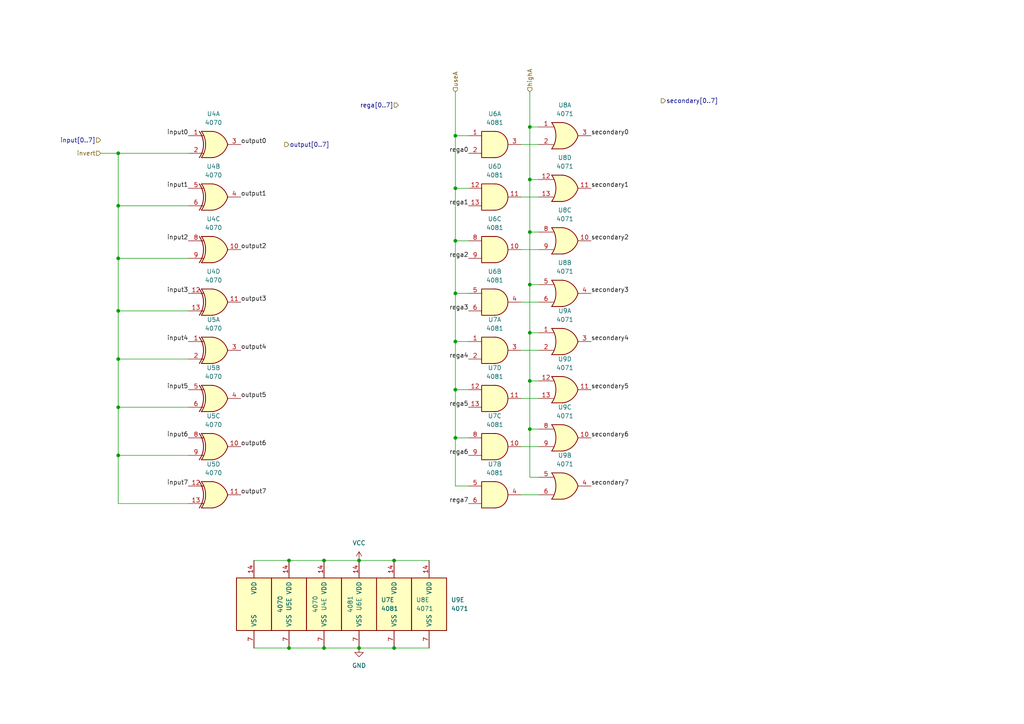
<source format=kicad_sch>
(kicad_sch (version 20250114) (generator "eeschema") (generator_version "9.0")
  (paper "A4")
  (title_block (title "PC-05 ALU Adder Unit") (date "2025-02-20") (rev "A"))
  (lib_symbols
    (symbol "4xxx:4070" (pin_names (offset 1.016))
      (property "Reference" "U" (at 0 1.27 0))
      (property "Value" "4070" (at 0 -1.27 0))
      (symbol "4070_1_0"
        (arc (start -4.4196 3.81) (mid -3.2033 0) (end -4.4196 -3.81) (stroke (width 0.254)))
        (arc (start -3.81 3.81) (mid -2.589 0) (end -3.81 -3.81) (stroke (width 0.254)))
        (polyline (pts (xy -3.81 3.81) (xy -0.635 3.81)) (stroke (width 0.254)) (fill (type background)))
        (polyline (pts (xy -3.81 -3.81) (xy -0.635 -3.81)) (stroke (width 0.254)) (fill (type background)))
        (arc (start 3.81 0) (mid 2.1855 -2.584) (end -0.6096 -3.81) (stroke (width 0.254)) (fill (type background)))
        (arc (start -0.6096 3.81) (mid 2.1928 2.5924) (end 3.81 0) (stroke (width 0.254)) (fill (type background)))
        (polyline (pts (xy -0.635 3.81) (xy -3.81 3.81) (xy -3.81 3.81) (xy -3.556 3.4036) (xy -3.0226 2.2606) (xy -2.6924 1.0414) (xy -2.6162 -0.254) (xy -2.7686 -1.4986) (xy -3.175 -2.7178) (xy -3.81 -3.81) (xy -3.81 -3.81) (xy -0.635 -3.81)) (stroke (width -25.4)) (fill (type background)))
        (pin input line (at -7.62 2.54 0) (length 4.445) (name "~") (number "1"))
        (pin input line (at -7.62 -2.54 0) (length 4.445) (name "~") (number "2"))
        (pin output line (at 7.62 0 180) (length 3.81) (name "~") (number "3"))
      )
      (symbol "4070_1_1"
        (polyline (pts (xy -3.81 2.54) (xy -3.175 2.54)) (stroke (width 0.1524)))
        (polyline (pts (xy -3.81 -2.54) (xy -3.175 -2.54)) (stroke (width 0.1524)))
      )
      (symbol "4070_2_0"
        (arc (start -4.4196 3.81) (mid -3.2033 0) (end -4.4196 -3.81) (stroke (width 0.254)))
        (arc (start -3.81 3.81) (mid -2.589 0) (end -3.81 -3.81) (stroke (width 0.254)))
        (polyline (pts (xy -3.81 3.81) (xy -0.635 3.81)) (stroke (width 0.254)) (fill (type background)))
        (polyline (pts (xy -3.81 -3.81) (xy -0.635 -3.81)) (stroke (width 0.254)) (fill (type background)))
        (arc (start 3.81 0) (mid 2.1855 -2.584) (end -0.6096 -3.81) (stroke (width 0.254)) (fill (type background)))
        (arc (start -0.6096 3.81) (mid 2.1928 2.5924) (end 3.81 0) (stroke (width 0.254)) (fill (type background)))
        (polyline (pts (xy -0.635 3.81) (xy -3.81 3.81) (xy -3.81 3.81) (xy -3.556 3.4036) (xy -3.0226 2.2606) (xy -2.6924 1.0414) (xy -2.6162 -0.254) (xy -2.7686 -1.4986) (xy -3.175 -2.7178) (xy -3.81 -3.81) (xy -3.81 -3.81) (xy -0.635 -3.81)) (stroke (width -25.4)) (fill (type background)))
        (pin input line (at -7.62 2.54 0) (length 4.445) (name "~") (number "5"))
        (pin input line (at -7.62 -2.54 0) (length 4.445) (name "~") (number "6"))
        (pin output line (at 7.62 0 180) (length 3.81) (name "~") (number "4"))
      )
      (symbol "4070_2_1"
        (polyline (pts (xy -3.81 2.54) (xy -3.175 2.54)) (stroke (width 0.1524)))
        (polyline (pts (xy -3.81 -2.54) (xy -3.175 -2.54)) (stroke (width 0.1524)))
      )
      (symbol "4070_3_0"
        (arc (start -4.4196 3.81) (mid -3.2033 0) (end -4.4196 -3.81) (stroke (width 0.254)))
        (arc (start -3.81 3.81) (mid -2.589 0) (end -3.81 -3.81) (stroke (width 0.254)))
        (polyline (pts (xy -3.81 3.81) (xy -0.635 3.81)) (stroke (width 0.254)) (fill (type background)))
        (polyline (pts (xy -3.81 -3.81) (xy -0.635 -3.81)) (stroke (width 0.254)) (fill (type background)))
        (arc (start 3.81 0) (mid 2.1855 -2.584) (end -0.6096 -3.81) (stroke (width 0.254)) (fill (type background)))
        (arc (start -0.6096 3.81) (mid 2.1928 2.5924) (end 3.81 0) (stroke (width 0.254)) (fill (type background)))
        (polyline (pts (xy -0.635 3.81) (xy -3.81 3.81) (xy -3.81 3.81) (xy -3.556 3.4036) (xy -3.0226 2.2606) (xy -2.6924 1.0414) (xy -2.6162 -0.254) (xy -2.7686 -1.4986) (xy -3.175 -2.7178) (xy -3.81 -3.81) (xy -3.81 -3.81) (xy -0.635 -3.81)) (stroke (width -25.4)) (fill (type background)))
        (pin input line (at -7.62 2.54 0) (length 4.445) (name "~") (number "8"))
        (pin input line (at -7.62 -2.54 0) (length 4.445) (name "~") (number "9"))
        (pin output line (at 7.62 0 180) (length 3.81) (name "~") (number "10"))
      )
      (symbol "4070_3_1"
        (polyline (pts (xy -3.81 2.54) (xy -3.175 2.54)) (stroke (width 0.1524)))
        (polyline (pts (xy -3.81 -2.54) (xy -3.175 -2.54)) (stroke (width 0.1524)))
      )
      (symbol "4070_4_0"
        (arc (start -4.4196 3.81) (mid -3.2033 0) (end -4.4196 -3.81) (stroke (width 0.254)))
        (arc (start -3.81 3.81) (mid -2.589 0) (end -3.81 -3.81) (stroke (width 0.254)))
        (polyline (pts (xy -3.81 3.81) (xy -0.635 3.81)) (stroke (width 0.254)) (fill (type background)))
        (polyline (pts (xy -3.81 -3.81) (xy -0.635 -3.81)) (stroke (width 0.254)) (fill (type background)))
        (arc (start 3.81 0) (mid 2.1855 -2.584) (end -0.6096 -3.81) (stroke (width 0.254)) (fill (type background)))
        (arc (start -0.6096 3.81) (mid 2.1928 2.5924) (end 3.81 0) (stroke (width 0.254)) (fill (type background)))
        (polyline (pts (xy -0.635 3.81) (xy -3.81 3.81) (xy -3.81 3.81) (xy -3.556 3.4036) (xy -3.0226 2.2606) (xy -2.6924 1.0414) (xy -2.6162 -0.254) (xy -2.7686 -1.4986) (xy -3.175 -2.7178) (xy -3.81 -3.81) (xy -3.81 -3.81) (xy -0.635 -3.81)) (stroke (width -25.4)) (fill (type background)))
        (pin input line (at -7.62 2.54 0) (length 4.445) (name "~") (number "12"))
        (pin input line (at -7.62 -2.54 0) (length 4.445) (name "~") (number "13"))
        (pin output line (at 7.62 0 180) (length 3.81) (name "~") (number "11"))
      )
      (symbol "4070_4_1"
        (polyline (pts (xy -3.81 2.54) (xy -3.175 2.54)) (stroke (width 0.1524)))
        (polyline (pts (xy -3.81 -2.54) (xy -3.175 -2.54)) (stroke (width 0.1524)))
      )
      (symbol "4070_5_0"
        (pin power_in line (at 0 12.7 270) (length 5.08) (name "VDD") (number "14"))
        (pin power_in line (at 0 -12.7 90) (length 5.08) (name "VSS") (number "7"))
      )
      (symbol "4070_5_1"
        (rectangle (start -5.08 7.62) (end 5.08 -7.62) (stroke (width 0.254)) (fill (type background)))
      )
    )
    (symbol "4xxx:4071" (pin_names (offset 1.016))
      (property "Reference" "U" (at 0 1.27 0))
      (property "Value" "4071" (at 0 -1.27 0))
      (symbol "4071_1_1"
        (arc (start -3.81 3.81) (mid -2.589 0) (end -3.81 -3.81) (stroke (width 0.254)))
        (polyline (pts (xy -3.81 3.81) (xy -0.635 3.81)) (stroke (width 0.254)) (fill (type background)))
        (polyline (pts (xy -3.81 -3.81) (xy -0.635 -3.81)) (stroke (width 0.254)) (fill (type background)))
        (arc (start 3.81 0) (mid 2.1855 -2.584) (end -0.6096 -3.81) (stroke (width 0.254)) (fill (type background)))
        (arc (start -0.6096 3.81) (mid 2.1928 2.5924) (end 3.81 0) (stroke (width 0.254)) (fill (type background)))
        (polyline (pts (xy -0.635 3.81) (xy -3.81 3.81) (xy -3.81 3.81) (xy -3.556 3.4036) (xy -3.0226 2.2606) (xy -2.6924 1.0414) (xy -2.6162 -0.254) (xy -2.7686 -1.4986) (xy -3.175 -2.7178) (xy -3.81 -3.81) (xy -3.81 -3.81) (xy -0.635 -3.81)) (stroke (width -25.4)) (fill (type background)))
        (pin input line (at -7.62 2.54 0) (length 4.318) (name "~") (number "1"))
        (pin input line (at -7.62 -2.54 0) (length 4.318) (name "~") (number "2"))
        (pin output line (at 7.62 0 180) (length 3.81) (name "~") (number "3"))
      )
      (symbol "4071_1_2"
        (arc (start 0 3.81) (mid 3.7934 0) (end 0 -3.81) (stroke (width 0.254)) (fill (type background)))
        (polyline (pts (xy 0 3.81) (xy -3.81 3.81) (xy -3.81 -3.81) (xy 0 -3.81)) (stroke (width 0.254)) (fill (type background)))
        (pin input inverted (at -7.62 2.54 0) (length 3.81) (name "~") (number "1"))
        (pin input inverted (at -7.62 -2.54 0) (length 3.81) (name "~") (number "2"))
        (pin output inverted (at 7.62 0 180) (length 3.81) (name "~") (number "3"))
      )
      (symbol "4071_2_1"
        (arc (start -3.81 3.81) (mid -2.589 0) (end -3.81 -3.81) (stroke (width 0.254)))
        (polyline (pts (xy -3.81 3.81) (xy -0.635 3.81)) (stroke (width 0.254)) (fill (type background)))
        (polyline (pts (xy -3.81 -3.81) (xy -0.635 -3.81)) (stroke (width 0.254)) (fill (type background)))
        (arc (start 3.81 0) (mid 2.1855 -2.584) (end -0.6096 -3.81) (stroke (width 0.254)) (fill (type background)))
        (arc (start -0.6096 3.81) (mid 2.1928 2.5924) (end 3.81 0) (stroke (width 0.254)) (fill (type background)))
        (polyline (pts (xy -0.635 3.81) (xy -3.81 3.81) (xy -3.81 3.81) (xy -3.556 3.4036) (xy -3.0226 2.2606) (xy -2.6924 1.0414) (xy -2.6162 -0.254) (xy -2.7686 -1.4986) (xy -3.175 -2.7178) (xy -3.81 -3.81) (xy -3.81 -3.81) (xy -0.635 -3.81)) (stroke (width -25.4)) (fill (type background)))
        (pin input line (at -7.62 2.54 0) (length 4.318) (name "~") (number "5"))
        (pin input line (at -7.62 -2.54 0) (length 4.318) (name "~") (number "6"))
        (pin output line (at 7.62 0 180) (length 3.81) (name "~") (number "4"))
      )
      (symbol "4071_2_2"
        (arc (start 0 3.81) (mid 3.7934 0) (end 0 -3.81) (stroke (width 0.254)) (fill (type background)))
        (polyline (pts (xy 0 3.81) (xy -3.81 3.81) (xy -3.81 -3.81) (xy 0 -3.81)) (stroke (width 0.254)) (fill (type background)))
        (pin input inverted (at -7.62 2.54 0) (length 3.81) (name "~") (number "5"))
        (pin input inverted (at -7.62 -2.54 0) (length 3.81) (name "~") (number "6"))
        (pin output inverted (at 7.62 0 180) (length 3.81) (name "~") (number "4"))
      )
      (symbol "4071_3_1"
        (arc (start -3.81 3.81) (mid -2.589 0) (end -3.81 -3.81) (stroke (width 0.254)))
        (polyline (pts (xy -3.81 3.81) (xy -0.635 3.81)) (stroke (width 0.254)) (fill (type background)))
        (polyline (pts (xy -3.81 -3.81) (xy -0.635 -3.81)) (stroke (width 0.254)) (fill (type background)))
        (arc (start 3.81 0) (mid 2.1855 -2.584) (end -0.6096 -3.81) (stroke (width 0.254)) (fill (type background)))
        (arc (start -0.6096 3.81) (mid 2.1928 2.5924) (end 3.81 0) (stroke (width 0.254)) (fill (type background)))
        (polyline (pts (xy -0.635 3.81) (xy -3.81 3.81) (xy -3.81 3.81) (xy -3.556 3.4036) (xy -3.0226 2.2606) (xy -2.6924 1.0414) (xy -2.6162 -0.254) (xy -2.7686 -1.4986) (xy -3.175 -2.7178) (xy -3.81 -3.81) (xy -3.81 -3.81) (xy -0.635 -3.81)) (stroke (width -25.4)) (fill (type background)))
        (pin input line (at -7.62 2.54 0) (length 4.318) (name "~") (number "8"))
        (pin input line (at -7.62 -2.54 0) (length 4.318) (name "~") (number "9"))
        (pin output line (at 7.62 0 180) (length 3.81) (name "~") (number "10"))
      )
      (symbol "4071_3_2"
        (arc (start 0 3.81) (mid 3.7934 0) (end 0 -3.81) (stroke (width 0.254)) (fill (type background)))
        (polyline (pts (xy 0 3.81) (xy -3.81 3.81) (xy -3.81 -3.81) (xy 0 -3.81)) (stroke (width 0.254)) (fill (type background)))
        (pin input inverted (at -7.62 2.54 0) (length 3.81) (name "~") (number "8"))
        (pin input inverted (at -7.62 -2.54 0) (length 3.81) (name "~") (number "9"))
        (pin output inverted (at 7.62 0 180) (length 3.81) (name "~") (number "10"))
      )
      (symbol "4071_4_1"
        (arc (start -3.81 3.81) (mid -2.589 0) (end -3.81 -3.81) (stroke (width 0.254)))
        (polyline (pts (xy -3.81 3.81) (xy -0.635 3.81)) (stroke (width 0.254)) (fill (type background)))
        (polyline (pts (xy -3.81 -3.81) (xy -0.635 -3.81)) (stroke (width 0.254)) (fill (type background)))
        (arc (start 3.81 0) (mid 2.1855 -2.584) (end -0.6096 -3.81) (stroke (width 0.254)) (fill (type background)))
        (arc (start -0.6096 3.81) (mid 2.1928 2.5924) (end 3.81 0) (stroke (width 0.254)) (fill (type background)))
        (polyline (pts (xy -0.635 3.81) (xy -3.81 3.81) (xy -3.81 3.81) (xy -3.556 3.4036) (xy -3.0226 2.2606) (xy -2.6924 1.0414) (xy -2.6162 -0.254) (xy -2.7686 -1.4986) (xy -3.175 -2.7178) (xy -3.81 -3.81) (xy -3.81 -3.81) (xy -0.635 -3.81)) (stroke (width -25.4)) (fill (type background)))
        (pin input line (at -7.62 2.54 0) (length 4.318) (name "~") (number "12"))
        (pin input line (at -7.62 -2.54 0) (length 4.318) (name "~") (number "13"))
        (pin output line (at 7.62 0 180) (length 3.81) (name "~") (number "11"))
      )
      (symbol "4071_4_2"
        (arc (start 0 3.81) (mid 3.7934 0) (end 0 -3.81) (stroke (width 0.254)) (fill (type background)))
        (polyline (pts (xy 0 3.81) (xy -3.81 3.81) (xy -3.81 -3.81) (xy 0 -3.81)) (stroke (width 0.254)) (fill (type background)))
        (pin input inverted (at -7.62 2.54 0) (length 3.81) (name "~") (number "12"))
        (pin input inverted (at -7.62 -2.54 0) (length 3.81) (name "~") (number "13"))
        (pin output inverted (at 7.62 0 180) (length 3.81) (name "~") (number "11"))
      )
      (symbol "4071_5_0"
        (pin power_in line (at 0 12.7 270) (length 5.08) (name "VDD") (number "14"))
        (pin power_in line (at 0 -12.7 90) (length 5.08) (name "VSS") (number "7"))
      )
      (symbol "4071_5_1"
        (rectangle (start -5.08 7.62) (end 5.08 -7.62) (stroke (width 0.254)) (fill (type background)))
      )
    )
    (symbol "4xxx:4081" (pin_names (offset 1.016))
      (property "Reference" "U" (at 0 1.27 0))
      (property "Value" "4081" (at 0 -1.27 0))
      (symbol "4081_1_1"
        (arc (start 0 3.81) (mid 3.7934 0) (end 0 -3.81) (stroke (width 0.254)) (fill (type background)))
        (polyline (pts (xy 0 3.81) (xy -3.81 3.81) (xy -3.81 -3.81) (xy 0 -3.81)) (stroke (width 0.254)) (fill (type background)))
        (pin input line (at -7.62 2.54 0) (length 3.81) (name "~") (number "1"))
        (pin input line (at -7.62 -2.54 0) (length 3.81) (name "~") (number "2"))
        (pin output line (at 7.62 0 180) (length 3.81) (name "~") (number "3"))
      )
      (symbol "4081_1_2"
        (arc (start -3.81 3.81) (mid -2.589 0) (end -3.81 -3.81) (stroke (width 0.254)))
        (polyline (pts (xy -3.81 3.81) (xy -0.635 3.81)) (stroke (width 0.254)) (fill (type background)))
        (polyline (pts (xy -3.81 -3.81) (xy -0.635 -3.81)) (stroke (width 0.254)) (fill (type background)))
        (arc (start 3.81 0) (mid 2.1855 -2.584) (end -0.6096 -3.81) (stroke (width 0.254)) (fill (type background)))
        (arc (start -0.6096 3.81) (mid 2.1928 2.5924) (end 3.81 0) (stroke (width 0.254)) (fill (type background)))
        (polyline (pts (xy -0.635 3.81) (xy -3.81 3.81) (xy -3.81 3.81) (xy -3.556 3.4036) (xy -3.0226 2.2606) (xy -2.6924 1.0414) (xy -2.6162 -0.254) (xy -2.7686 -1.4986) (xy -3.175 -2.7178) (xy -3.81 -3.81) (xy -3.81 -3.81) (xy -0.635 -3.81)) (stroke (width -25.4)) (fill (type background)))
        (pin input inverted (at -7.62 2.54 0) (length 4.318) (name "~") (number "1"))
        (pin input inverted (at -7.62 -2.54 0) (length 4.318) (name "~") (number "2"))
        (pin output inverted (at 7.62 0 180) (length 3.81) (name "~") (number "3"))
      )
      (symbol "4081_2_1"
        (arc (start 0 3.81) (mid 3.7934 0) (end 0 -3.81) (stroke (width 0.254)) (fill (type background)))
        (polyline (pts (xy 0 3.81) (xy -3.81 3.81) (xy -3.81 -3.81) (xy 0 -3.81)) (stroke (width 0.254)) (fill (type background)))
        (pin input line (at -7.62 2.54 0) (length 3.81) (name "~") (number "5"))
        (pin input line (at -7.62 -2.54 0) (length 3.81) (name "~") (number "6"))
        (pin output line (at 7.62 0 180) (length 3.81) (name "~") (number "4"))
      )
      (symbol "4081_2_2"
        (arc (start -3.81 3.81) (mid -2.589 0) (end -3.81 -3.81) (stroke (width 0.254)))
        (polyline (pts (xy -3.81 3.81) (xy -0.635 3.81)) (stroke (width 0.254)) (fill (type background)))
        (polyline (pts (xy -3.81 -3.81) (xy -0.635 -3.81)) (stroke (width 0.254)) (fill (type background)))
        (arc (start 3.81 0) (mid 2.1855 -2.584) (end -0.6096 -3.81) (stroke (width 0.254)) (fill (type background)))
        (arc (start -0.6096 3.81) (mid 2.1928 2.5924) (end 3.81 0) (stroke (width 0.254)) (fill (type background)))
        (polyline (pts (xy -0.635 3.81) (xy -3.81 3.81) (xy -3.81 3.81) (xy -3.556 3.4036) (xy -3.0226 2.2606) (xy -2.6924 1.0414) (xy -2.6162 -0.254) (xy -2.7686 -1.4986) (xy -3.175 -2.7178) (xy -3.81 -3.81) (xy -3.81 -3.81) (xy -0.635 -3.81)) (stroke (width -25.4)) (fill (type background)))
        (pin input inverted (at -7.62 2.54 0) (length 4.318) (name "~") (number "5"))
        (pin input inverted (at -7.62 -2.54 0) (length 4.318) (name "~") (number "6"))
        (pin output inverted (at 7.62 0 180) (length 3.81) (name "~") (number "4"))
      )
      (symbol "4081_3_1"
        (arc (start 0 3.81) (mid 3.7934 0) (end 0 -3.81) (stroke (width 0.254)) (fill (type background)))
        (polyline (pts (xy 0 3.81) (xy -3.81 3.81) (xy -3.81 -3.81) (xy 0 -3.81)) (stroke (width 0.254)) (fill (type background)))
        (pin input line (at -7.62 2.54 0) (length 3.81) (name "~") (number "8"))
        (pin input line (at -7.62 -2.54 0) (length 3.81) (name "~") (number "9"))
        (pin output line (at 7.62 0 180) (length 3.81) (name "~") (number "10"))
      )
      (symbol "4081_3_2"
        (arc (start -3.81 3.81) (mid -2.589 0) (end -3.81 -3.81) (stroke (width 0.254)))
        (polyline (pts (xy -3.81 3.81) (xy -0.635 3.81)) (stroke (width 0.254)) (fill (type background)))
        (polyline (pts (xy -3.81 -3.81) (xy -0.635 -3.81)) (stroke (width 0.254)) (fill (type background)))
        (arc (start 3.81 0) (mid 2.1855 -2.584) (end -0.6096 -3.81) (stroke (width 0.254)) (fill (type background)))
        (arc (start -0.6096 3.81) (mid 2.1928 2.5924) (end 3.81 0) (stroke (width 0.254)) (fill (type background)))
        (polyline (pts (xy -0.635 3.81) (xy -3.81 3.81) (xy -3.81 3.81) (xy -3.556 3.4036) (xy -3.0226 2.2606) (xy -2.6924 1.0414) (xy -2.6162 -0.254) (xy -2.7686 -1.4986) (xy -3.175 -2.7178) (xy -3.81 -3.81) (xy -3.81 -3.81) (xy -0.635 -3.81)) (stroke (width -25.4)) (fill (type background)))
        (pin input inverted (at -7.62 2.54 0) (length 4.318) (name "~") (number "8"))
        (pin input inverted (at -7.62 -2.54 0) (length 4.318) (name "~") (number "9"))
        (pin output inverted (at 7.62 0 180) (length 3.81) (name "~") (number "10"))
      )
      (symbol "4081_4_1"
        (arc (start 0 3.81) (mid 3.7934 0) (end 0 -3.81) (stroke (width 0.254)) (fill (type background)))
        (polyline (pts (xy 0 3.81) (xy -3.81 3.81) (xy -3.81 -3.81) (xy 0 -3.81)) (stroke (width 0.254)) (fill (type background)))
        (pin input line (at -7.62 2.54 0) (length 3.81) (name "~") (number "12"))
        (pin input line (at -7.62 -2.54 0) (length 3.81) (name "~") (number "13"))
        (pin output line (at 7.62 0 180) (length 3.81) (name "~") (number "11"))
      )
      (symbol "4081_4_2"
        (arc (start -3.81 3.81) (mid -2.589 0) (end -3.81 -3.81) (stroke (width 0.254)))
        (polyline (pts (xy -3.81 3.81) (xy -0.635 3.81)) (stroke (width 0.254)) (fill (type background)))
        (polyline (pts (xy -3.81 -3.81) (xy -0.635 -3.81)) (stroke (width 0.254)) (fill (type background)))
        (arc (start 3.81 0) (mid 2.1855 -2.584) (end -0.6096 -3.81) (stroke (width 0.254)) (fill (type background)))
        (arc (start -0.6096 3.81) (mid 2.1928 2.5924) (end 3.81 0) (stroke (width 0.254)) (fill (type background)))
        (polyline (pts (xy -0.635 3.81) (xy -3.81 3.81) (xy -3.81 3.81) (xy -3.556 3.4036) (xy -3.0226 2.2606) (xy -2.6924 1.0414) (xy -2.6162 -0.254) (xy -2.7686 -1.4986) (xy -3.175 -2.7178) (xy -3.81 -3.81) (xy -3.81 -3.81) (xy -0.635 -3.81)) (stroke (width -25.4)) (fill (type background)))
        (pin input inverted (at -7.62 2.54 0) (length 4.318) (name "~") (number "12"))
        (pin input inverted (at -7.62 -2.54 0) (length 4.318) (name "~") (number "13"))
        (pin output inverted (at 7.62 0 180) (length 3.81) (name "~") (number "11"))
      )
      (symbol "4081_5_0"
        (pin power_in line (at 0 12.7 270) (length 5.08) (name "VDD") (number "14"))
        (pin power_in line (at 0 -12.7 90) (length 5.08) (name "VSS") (number "7"))
      )
      (symbol "4081_5_1"
        (rectangle (start -5.08 7.62) (end 5.08 -7.62) (stroke (width 0.254)) (fill (type background)))
      )
    )
    (symbol "power:GND" (power) (pin_numbers (hide yes)) (pin_names (offset 0) (hide yes))
      (property "Value" "GND" (at 0 -3.81 0))
      (symbol "GND_0_1"
        (polyline (pts (xy 0 0) (xy 0 -1.27) (xy 1.27 -1.27) (xy 0 -2.54) (xy -1.27 -1.27) (xy 0 -1.27)))
      )
      (symbol "GND_1_1"
        (pin power_in line (at 0 0 270) (length 0) (name "~") (number "1"))
      )
    )
    (symbol "power:VCC" (power) (pin_numbers (hide yes)) (pin_names (offset 0) (hide yes))
      (property "Value" "VCC" (at 0 3.556 0))
      (symbol "VCC_0_1"
        (polyline (pts (xy -0.762 1.27) (xy 0 2.54)))
        (polyline (pts (xy 0 2.54) (xy 0.762 1.27)))
        (polyline (pts (xy 0 0) (xy 0 2.54)))
      )
      (symbol "VCC_1_1"
        (pin power_in line (at 0 0 90) (length 0) (name "~") (number "1"))
      )
    )
  )
  (junction (at 34.29 74.93))
  (junction (at 93.98 187.96))
  (junction (at 132.08 69.85))
  (junction (at 132.08 113.03))
  (junction (at 104.14 162.56))
  (junction (at 153.67 96.52))
  (junction (at 132.08 39.37))
  (junction (at 153.67 36.83))
  (junction (at 34.29 104.14))
  (junction (at 132.08 85.09))
  (junction (at 34.29 59.69))
  (junction (at 153.67 52.07))
  (junction (at 114.3 162.56))
  (junction (at 132.08 99.06))
  (junction (at 153.67 110.49))
  (junction (at 114.3 187.96))
  (junction (at 132.08 127))
  (junction (at 34.29 90.17))
  (junction (at 34.29 132.08))
  (junction (at 104.14 187.96))
  (junction (at 34.29 44.45))
  (junction (at 132.08 54.61))
  (junction (at 153.67 67.31))
  (junction (at 83.82 162.56))
  (junction (at 153.67 82.55))
  (junction (at 93.98 162.56))
  (junction (at 83.82 187.96))
  (junction (at 34.29 118.11))
  (junction (at 153.67 124.46))
  (wire (pts (xy 135.89 39.37) (xy 132.08 39.37)))
  (wire (pts (xy 156.21 138.43) (xy 153.67 138.43)))
  (wire (pts (xy 73.66 187.96) (xy 83.82 187.96)))
  (wire (pts (xy 132.08 69.85) (xy 132.08 54.61)))
  (wire (pts (xy 135.89 127) (xy 132.08 127)))
  (wire (pts (xy 153.67 124.46) (xy 156.21 124.46)))
  (wire (pts (xy 156.21 129.54) (xy 151.13 129.54)))
  (wire (pts (xy 34.29 118.11) (xy 34.29 132.08)))
  (wire (pts (xy 114.3 187.96) (xy 124.46 187.96)))
  (wire (pts (xy 34.29 74.93) (xy 54.61 74.93)))
  (wire (pts (xy 29.21 44.45) (xy 34.29 44.45)))
  (wire (pts (xy 114.3 162.56) (xy 124.46 162.56)))
  (wire (pts (xy 135.89 69.85) (xy 132.08 69.85)))
  (wire (pts (xy 34.29 44.45) (xy 34.29 59.69)))
  (wire (pts (xy 132.08 26.67) (xy 132.08 39.37)))
  (wire (pts (xy 104.14 187.96) (xy 114.3 187.96)))
  (wire (pts (xy 153.67 82.55) (xy 156.21 82.55)))
  (wire (pts (xy 83.82 162.56) (xy 93.98 162.56)))
  (wire (pts (xy 132.08 85.09) (xy 135.89 85.09)))
  (wire (pts (xy 135.89 54.61) (xy 132.08 54.61)))
  (wire (pts (xy 93.98 187.96) (xy 104.14 187.96)))
  (wire (pts (xy 34.29 104.14) (xy 54.61 104.14)))
  (wire (pts (xy 34.29 104.14) (xy 34.29 118.11)))
  (wire (pts (xy 153.67 67.31) (xy 156.21 67.31)))
  (wire (pts (xy 132.08 140.97) (xy 135.89 140.97)))
  (wire (pts (xy 104.14 162.56) (xy 114.3 162.56)))
  (wire (pts (xy 153.67 110.49) (xy 153.67 124.46)))
  (wire (pts (xy 34.29 132.08) (xy 34.29 146.05)))
  (wire (pts (xy 153.67 96.52) (xy 153.67 110.49)))
  (wire (pts (xy 132.08 113.03) (xy 132.08 127)))
  (wire (pts (xy 132.08 113.03) (xy 135.89 113.03)))
  (wire (pts (xy 153.67 36.83) (xy 153.67 52.07)))
  (wire (pts (xy 132.08 127) (xy 132.08 140.97)))
  (wire (pts (xy 153.67 52.07) (xy 153.67 67.31)))
  (wire (pts (xy 132.08 99.06) (xy 132.08 113.03)))
  (wire (pts (xy 156.21 41.91) (xy 151.13 41.91)))
  (wire (pts (xy 34.29 132.08) (xy 54.61 132.08)))
  (wire (pts (xy 153.67 82.55) (xy 153.67 96.52)))
  (wire (pts (xy 132.08 85.09) (xy 132.08 99.06)))
  (wire (pts (xy 153.67 67.31) (xy 153.67 82.55)))
  (wire (pts (xy 132.08 99.06) (xy 135.89 99.06)))
  (wire (pts (xy 153.67 96.52) (xy 156.21 96.52)))
  (wire (pts (xy 34.29 90.17) (xy 54.61 90.17)))
  (wire (pts (xy 156.21 87.63) (xy 151.13 87.63)))
  (wire (pts (xy 153.67 26.67) (xy 153.67 36.83)))
  (wire (pts (xy 156.21 72.39) (xy 151.13 72.39)))
  (wire (pts (xy 156.21 143.51) (xy 151.13 143.51)))
  (wire (pts (xy 34.29 90.17) (xy 34.29 104.14)))
  (wire (pts (xy 54.61 59.69) (xy 34.29 59.69)))
  (wire (pts (xy 156.21 57.15) (xy 151.13 57.15)))
  (wire (pts (xy 132.08 69.85) (xy 132.08 85.09)))
  (wire (pts (xy 156.21 101.6) (xy 151.13 101.6)))
  (wire (pts (xy 132.08 54.61) (xy 132.08 39.37)))
  (wire (pts (xy 83.82 187.96) (xy 93.98 187.96)))
  (wire (pts (xy 34.29 59.69) (xy 34.29 74.93)))
  (wire (pts (xy 153.67 124.46) (xy 153.67 138.43)))
  (wire (pts (xy 34.29 44.45) (xy 54.61 44.45)))
  (wire (pts (xy 153.67 110.49) (xy 156.21 110.49)))
  (wire (pts (xy 93.98 162.56) (xy 104.14 162.56)))
  (wire (pts (xy 156.21 115.57) (xy 151.13 115.57)))
  (wire (pts (xy 73.66 162.56) (xy 83.82 162.56)))
  (wire (pts (xy 153.67 36.83) (xy 156.21 36.83)))
  (wire (pts (xy 54.61 146.05) (xy 34.29 146.05)))
  (wire (pts (xy 153.67 52.07) (xy 156.21 52.07)))
  (wire (pts (xy 34.29 74.93) (xy 34.29 90.17)))
  (wire (pts (xy 34.29 118.11) (xy 54.61 118.11)))
  (label "rega1" (at 135.89 59.69 180))
  (label "output4" (at 69.85 101.6 0))
  (label "input7" (at 54.61 140.97 180))
  (label "output2" (at 69.85 72.39 0))
  (label "input4" (at 54.61 99.06 180))
  (label "secondary2" (at 171.45 69.85 0))
  (label "input0" (at 54.61 39.37 180))
  (label "secondary4" (at 171.45 99.06 0))
  (label "input5" (at 54.61 113.03 180))
  (label "rega0" (at 135.89 44.45 180))
  (label "input2" (at 54.61 69.85 180))
  (label "output0" (at 69.85 41.91 0))
  (label "rega3" (at 135.89 90.17 180))
  (label "rega6" (at 135.89 132.08 180))
  (label "rega5" (at 135.89 118.11 180))
  (label "output1" (at 69.85 57.15 0))
  (label "output3" (at 69.85 87.63 0))
  (label "secondary1" (at 171.45 54.61 0))
  (label "secondary3" (at 171.45 85.09 0))
  (label "secondary0" (at 171.45 39.37 0))
  (label "rega2" (at 135.89 74.93 180))
  (label "rega4" (at 135.89 104.14 180))
  (label "input6" (at 54.61 127 180))
  (label "output5" (at 69.85 115.57 0))
  (label "input3" (at 54.61 85.09 180))
  (label "secondary6" (at 171.45 127 0))
  (label "secondary5" (at 171.45 113.03 0))
  (label "rega7" (at 135.89 146.05 180))
  (label "output6" (at 69.85 129.54 0))
  (label "secondary7" (at 171.45 140.97 0))
  (label "input1" (at 54.61 54.61 180))
  (label "output7" (at 69.85 143.51 0))
  (hierarchical_label "output[0..7]" (shape output) (at 82.55 41.91 0))
  (hierarchical_label "invert" (shape input) (at 29.21 44.45 180))
  (hierarchical_label "rega[0..7]" (shape input) (at 115.57 30.48 180))
  (hierarchical_label "input[0..7]" (shape input) (at 29.21 40.64 180))
  (hierarchical_label "secondary[0..7]" (shape output) (at 191.77 29.21 0))
  (hierarchical_label "useA" (shape input) (at 132.08 26.67 90))
  (hierarchical_label "highA" (shape input) (at 153.67 26.67 90))
  (symbol (lib_id "4xxx:4081") (at 93.98 175.26 0) (unit 5)
    (property "Reference" "U6" (at 104.14 175.26 90))
    (property "Value" "4081" (at 101.6 175.26 90))
    (property "Footprint" "Package_DIP:DIP-14_W7.62mm_LongPads" (effects (hide yes)))
    (property "Datasheet" "http://www.intersil.com/content/dam/Intersil/documents/cd40/cd4073bms-81bms-82bms.pdf" (effects (hide yes)))
    (property "Description" "Quad And 2 inputs" (effects (hide yes)))
  )
  (symbol (lib_id "4xxx:4071") (at 163.83 99.06 0) (unit 1)
    (property "Reference" "U9" (at 163.83 90.17 0))
    (property "Value" "4071" (at 163.83 92.71 0))
    (property "Footprint" "Package_DIP:DIP-14_W7.62mm_LongPads" (effects (hide yes)))
    (property "Datasheet" "http://www.intersil.com/content/dam/Intersil/documents/cd40/cd4071bms-72bms-75bms.pdf" (effects (hide yes)))
    (property "Description" "Quad Or 2 inputs" (effects (hide yes)))
  )
  (symbol (lib_id "4xxx:4071") (at 163.83 140.97 0) (unit 2)
    (property "Reference" "U9" (at 163.83 132.08 0))
    (property "Value" "4071" (at 163.83 134.62 0))
    (property "Footprint" "Package_DIP:DIP-14_W7.62mm_LongPads" (effects (hide yes)))
    (property "Datasheet" "http://www.intersil.com/content/dam/Intersil/documents/cd40/cd4071bms-72bms-75bms.pdf" (effects (hide yes)))
    (property "Description" "Quad Or 2 inputs" (effects (hide yes)))
  )
  (symbol (lib_id "4xxx:4071") (at 163.83 113.03 0) (unit 4)
    (property "Reference" "U9" (at 163.83 104.14 0))
    (property "Value" "4071" (at 163.83 106.68 0))
    (property "Footprint" "Package_DIP:DIP-14_W7.62mm_LongPads" (effects (hide yes)))
    (property "Datasheet" "http://www.intersil.com/content/dam/Intersil/documents/cd40/cd4071bms-72bms-75bms.pdf" (effects (hide yes)))
    (property "Description" "Quad Or 2 inputs" (effects (hide yes)))
  )
  (symbol (lib_id "4xxx:4081") (at 143.51 115.57 0) (unit 4)
    (property "Reference" "U7" (at 143.5017 106.68 0))
    (property "Value" "4081" (at 143.5017 109.22 0))
    (property "Footprint" "Package_DIP:DIP-14_W7.62mm_LongPads" (effects (hide yes)))
    (property "Datasheet" "http://www.intersil.com/content/dam/Intersil/documents/cd40/cd4073bms-81bms-82bms.pdf" (effects (hide yes)))
    (property "Description" "Quad And 2 inputs" (effects (hide yes)))
  )
  (symbol (lib_id "4xxx:4071") (at 114.3 175.26 0) (unit 5)
    (property "Reference" "U8" (at 120.65 173.9899 0) (effects (justify left)))
    (property "Value" "4071" (at 120.65 176.5299 0) (effects (justify left)))
    (property "Footprint" "Package_DIP:DIP-14_W7.62mm_LongPads" (effects (hide yes)))
    (property "Datasheet" "http://www.intersil.com/content/dam/Intersil/documents/cd40/cd4071bms-72bms-75bms.pdf" (effects (hide yes)))
    (property "Description" "Quad Or 2 inputs" (effects (hide yes)))
  )
  (symbol (lib_id "4xxx:4070") (at 62.23 101.6 0) (unit 1)
    (property "Reference" "U5" (at 61.9252 92.71 0))
    (property "Value" "4070" (at 61.9252 95.25 0))
    (property "Footprint" "Package_DIP:DIP-14_W7.62mm_LongPads" (effects (hide yes)))
    (property "Datasheet" "http://www.intersil.com/content/dam/Intersil/documents/cd40/cd4070bms-77bms.pdf" (effects (hide yes)))
    (property "Description" "Quad Xor 2 inputs" (effects (hide yes)))
  )
  (symbol (lib_id "4xxx:4070") (at 62.23 129.54 0) (unit 3)
    (property "Reference" "U5" (at 61.9252 120.65 0))
    (property "Value" "4070" (at 61.9252 123.19 0))
    (property "Footprint" "Package_DIP:DIP-14_W7.62mm_LongPads" (effects (hide yes)))
    (property "Datasheet" "http://www.intersil.com/content/dam/Intersil/documents/cd40/cd4070bms-77bms.pdf" (effects (hide yes)))
    (property "Description" "Quad Xor 2 inputs" (effects (hide yes)))
  )
  (symbol (lib_id "4xxx:4070") (at 62.23 57.15 0) (unit 2)
    (property "Reference" "U4" (at 61.9252 48.26 0))
    (property "Value" "4070" (at 61.9252 50.8 0))
    (property "Footprint" "Package_DIP:DIP-14_W7.62mm_LongPads" (effects (hide yes)))
    (property "Datasheet" "http://www.intersil.com/content/dam/Intersil/documents/cd40/cd4070bms-77bms.pdf" (effects (hide yes)))
    (property "Description" "Quad Xor 2 inputs" (effects (hide yes)))
  )
  (symbol (lib_id "4xxx:4070") (at 83.82 175.26 0) (unit 5)
    (property "Reference" "U4" (at 93.98 175.26 90))
    (property "Value" "4070" (at 91.44 175.26 90))
    (property "Footprint" "Package_DIP:DIP-14_W7.62mm_LongPads" (effects (hide yes)))
    (property "Datasheet" "http://www.intersil.com/content/dam/Intersil/documents/cd40/cd4070bms-77bms.pdf" (effects (hide yes)))
    (property "Description" "Quad Xor 2 inputs" (effects (hide yes)))
  )
  (symbol (lib_id "4xxx:4070") (at 62.23 115.57 0) (unit 2)
    (property "Reference" "U5" (at 61.9252 106.68 0))
    (property "Value" "4070" (at 61.9252 109.22 0))
    (property "Footprint" "Package_DIP:DIP-14_W7.62mm_LongPads" (effects (hide yes)))
    (property "Datasheet" "http://www.intersil.com/content/dam/Intersil/documents/cd40/cd4070bms-77bms.pdf" (effects (hide yes)))
    (property "Description" "Quad Xor 2 inputs" (effects (hide yes)))
  )
  (symbol (lib_id "4xxx:4071") (at 163.83 127 0) (unit 3)
    (property "Reference" "U9" (at 163.83 118.11 0))
    (property "Value" "4071" (at 163.83 120.65 0))
    (property "Footprint" "Package_DIP:DIP-14_W7.62mm_LongPads" (effects (hide yes)))
    (property "Datasheet" "http://www.intersil.com/content/dam/Intersil/documents/cd40/cd4071bms-72bms-75bms.pdf" (effects (hide yes)))
    (property "Description" "Quad Or 2 inputs" (effects (hide yes)))
  )
  (symbol (lib_id "4xxx:4071") (at 163.83 69.85 0) (unit 3)
    (property "Reference" "U8" (at 163.83 60.96 0))
    (property "Value" "4071" (at 163.83 63.5 0))
    (property "Footprint" "Package_DIP:DIP-14_W7.62mm_LongPads" (effects (hide yes)))
    (property "Datasheet" "http://www.intersil.com/content/dam/Intersil/documents/cd40/cd4071bms-72bms-75bms.pdf" (effects (hide yes)))
    (property "Description" "Quad Or 2 inputs" (effects (hide yes)))
  )
  (symbol (lib_id "4xxx:4070") (at 62.23 41.91 0) (unit 1)
    (property "Reference" "U4" (at 61.9252 33.02 0))
    (property "Value" "4070" (at 61.9252 35.56 0))
    (property "Footprint" "Package_DIP:DIP-14_W7.62mm_LongPads" (effects (hide yes)))
    (property "Datasheet" "http://www.intersil.com/content/dam/Intersil/documents/cd40/cd4070bms-77bms.pdf" (effects (hide yes)))
    (property "Description" "Quad Xor 2 inputs" (effects (hide yes)))
  )
  (symbol (lib_id "4xxx:4081") (at 143.51 143.51 0) (unit 2)
    (property "Reference" "U7" (at 143.5017 134.62 0))
    (property "Value" "4081" (at 143.5017 137.16 0))
    (property "Footprint" "Package_DIP:DIP-14_W7.62mm_LongPads" (effects (hide yes)))
    (property "Datasheet" "http://www.intersil.com/content/dam/Intersil/documents/cd40/cd4073bms-81bms-82bms.pdf" (effects (hide yes)))
    (property "Description" "Quad And 2 inputs" (effects (hide yes)))
  )
  (symbol (lib_id "4xxx:4081") (at 104.14 175.26 0) (unit 5)
    (property "Reference" "U7" (at 110.49 173.9899 0) (effects (justify left)))
    (property "Value" "4081" (at 110.49 176.5299 0) (effects (justify left)))
    (property "Footprint" "Package_DIP:DIP-14_W7.62mm_LongPads" (effects (hide yes)))
    (property "Datasheet" "http://www.intersil.com/content/dam/Intersil/documents/cd40/cd4073bms-81bms-82bms.pdf" (effects (hide yes)))
    (property "Description" "Quad And 2 inputs" (effects (hide yes)))
  )
  (symbol (lib_id "4xxx:4070") (at 73.66 175.26 0) (unit 5)
    (property "Reference" "U5" (at 83.82 175.26 90))
    (property "Value" "4070" (at 81.28 175.26 90))
    (property "Footprint" "Package_DIP:DIP-14_W7.62mm_LongPads" (effects (hide yes)))
    (property "Datasheet" "http://www.intersil.com/content/dam/Intersil/documents/cd40/cd4070bms-77bms.pdf" (effects (hide yes)))
    (property "Description" "Quad Xor 2 inputs" (effects (hide yes)))
  )
  (symbol (lib_id "power:GND") (at 104.14 187.96 0) (unit 1)
    (property "Reference" "#PWR08" (effects (hide yes)))
    (property "Value" "GND" (at 104.14 193.04 0))
    (property "Description" "Power symbol creates a global label with name \"GND\" , ground" (effects (hide yes)))
  )
  (symbol (lib_id "4xxx:4071") (at 163.83 39.37 0) (unit 1)
    (property "Reference" "U8" (at 163.83 30.48 0))
    (property "Value" "4071" (at 163.83 33.02 0))
    (property "Footprint" "Package_DIP:DIP-14_W7.62mm_LongPads" (effects (hide yes)))
    (property "Datasheet" "http://www.intersil.com/content/dam/Intersil/documents/cd40/cd4071bms-72bms-75bms.pdf" (effects (hide yes)))
    (property "Description" "Quad Or 2 inputs" (effects (hide yes)))
  )
  (symbol (lib_id "4xxx:4070") (at 62.23 72.39 0) (unit 3)
    (property "Reference" "U4" (at 61.9252 63.5 0))
    (property "Value" "4070" (at 61.9252 66.04 0))
    (property "Footprint" "Package_DIP:DIP-14_W7.62mm_LongPads" (effects (hide yes)))
    (property "Datasheet" "http://www.intersil.com/content/dam/Intersil/documents/cd40/cd4070bms-77bms.pdf" (effects (hide yes)))
    (property "Description" "Quad Xor 2 inputs" (effects (hide yes)))
  )
  (symbol (lib_id "4xxx:4071") (at 124.46 175.26 0) (unit 5)
    (property "Reference" "U9" (at 130.81 173.9899 0) (effects (justify left)))
    (property "Value" "4071" (at 130.81 176.5299 0) (effects (justify left)))
    (property "Footprint" "Package_DIP:DIP-14_W7.62mm_LongPads" (effects (hide yes)))
    (property "Datasheet" "http://www.intersil.com/content/dam/Intersil/documents/cd40/cd4071bms-72bms-75bms.pdf" (effects (hide yes)))
    (property "Description" "Quad Or 2 inputs" (effects (hide yes)))
  )
  (symbol (lib_id "4xxx:4071") (at 163.83 85.09 0) (unit 2)
    (property "Reference" "U8" (at 163.83 76.2 0))
    (property "Value" "4071" (at 163.83 78.74 0))
    (property "Footprint" "Package_DIP:DIP-14_W7.62mm_LongPads" (effects (hide yes)))
    (property "Datasheet" "http://www.intersil.com/content/dam/Intersil/documents/cd40/cd4071bms-72bms-75bms.pdf" (effects (hide yes)))
    (property "Description" "Quad Or 2 inputs" (effects (hide yes)))
  )
  (symbol (lib_id "4xxx:4081") (at 143.51 101.6 0) (unit 1)
    (property "Reference" "U7" (at 143.5017 92.71 0))
    (property "Value" "4081" (at 143.5017 95.25 0))
    (property "Footprint" "Package_DIP:DIP-14_W7.62mm_LongPads" (effects (hide yes)))
    (property "Datasheet" "http://www.intersil.com/content/dam/Intersil/documents/cd40/cd4073bms-81bms-82bms.pdf" (effects (hide yes)))
    (property "Description" "Quad And 2 inputs" (effects (hide yes)))
  )
  (symbol (lib_id "4xxx:4081") (at 143.51 41.91 0) (unit 1)
    (property "Reference" "U6" (at 143.5017 33.02 0))
    (property "Value" "4081" (at 143.5017 35.56 0))
    (property "Footprint" "Package_DIP:DIP-14_W7.62mm_LongPads" (effects (hide yes)))
    (property "Datasheet" "http://www.intersil.com/content/dam/Intersil/documents/cd40/cd4073bms-81bms-82bms.pdf" (effects (hide yes)))
    (property "Description" "Quad And 2 inputs" (effects (hide yes)))
  )
  (symbol (lib_id "4xxx:4081") (at 143.51 57.15 0) (unit 4)
    (property "Reference" "U6" (at 143.5017 48.26 0))
    (property "Value" "4081" (at 143.5017 50.8 0))
    (property "Footprint" "Package_DIP:DIP-14_W7.62mm_LongPads" (effects (hide yes)))
    (property "Datasheet" "http://www.intersil.com/content/dam/Intersil/documents/cd40/cd4073bms-81bms-82bms.pdf" (effects (hide yes)))
    (property "Description" "Quad And 2 inputs" (effects (hide yes)))
  )
  (symbol (lib_id "4xxx:4081") (at 143.51 87.63 0) (unit 2)
    (property "Reference" "U6" (at 143.5017 78.74 0))
    (property "Value" "4081" (at 143.5017 81.28 0))
    (property "Footprint" "Package_DIP:DIP-14_W7.62mm_LongPads" (effects (hide yes)))
    (property "Datasheet" "http://www.intersil.com/content/dam/Intersil/documents/cd40/cd4073bms-81bms-82bms.pdf" (effects (hide yes)))
    (property "Description" "Quad And 2 inputs" (effects (hide yes)))
  )
  (symbol (lib_id "4xxx:4071") (at 163.83 54.61 0) (unit 4)
    (property "Reference" "U8" (at 163.83 45.72 0))
    (property "Value" "4071" (at 163.83 48.26 0))
    (property "Footprint" "Package_DIP:DIP-14_W7.62mm_LongPads" (effects (hide yes)))
    (property "Datasheet" "http://www.intersil.com/content/dam/Intersil/documents/cd40/cd4071bms-72bms-75bms.pdf" (effects (hide yes)))
    (property "Description" "Quad Or 2 inputs" (effects (hide yes)))
  )
  (symbol (lib_id "4xxx:4070") (at 62.23 87.63 0) (unit 4)
    (property "Reference" "U4" (at 61.9252 78.74 0))
    (property "Value" "4070" (at 61.9252 81.28 0))
    (property "Footprint" "Package_DIP:DIP-14_W7.62mm_LongPads" (effects (hide yes)))
    (property "Datasheet" "http://www.intersil.com/content/dam/Intersil/documents/cd40/cd4070bms-77bms.pdf" (effects (hide yes)))
    (property "Description" "Quad Xor 2 inputs" (effects (hide yes)))
  )
  (symbol (lib_id "4xxx:4081") (at 143.51 72.39 0) (unit 3)
    (property "Reference" "U6" (at 143.5017 63.5 0))
    (property "Value" "4081" (at 143.5017 66.04 0))
    (property "Footprint" "Package_DIP:DIP-14_W7.62mm_LongPads" (effects (hide yes)))
    (property "Datasheet" "http://www.intersil.com/content/dam/Intersil/documents/cd40/cd4073bms-81bms-82bms.pdf" (effects (hide yes)))
    (property "Description" "Quad And 2 inputs" (effects (hide yes)))
  )
  (symbol (lib_id "4xxx:4081") (at 143.51 129.54 0) (unit 3)
    (property "Reference" "U7" (at 143.5017 120.65 0))
    (property "Value" "4081" (at 143.5017 123.19 0))
    (property "Footprint" "Package_DIP:DIP-14_W7.62mm_LongPads" (effects (hide yes)))
    (property "Datasheet" "http://www.intersil.com/content/dam/Intersil/documents/cd40/cd4073bms-81bms-82bms.pdf" (effects (hide yes)))
    (property "Description" "Quad And 2 inputs" (effects (hide yes)))
  )
  (symbol (lib_id "4xxx:4070") (at 62.23 143.51 0) (unit 4)
    (property "Reference" "U5" (at 61.9252 134.62 0))
    (property "Value" "4070" (at 61.9252 137.16 0))
    (property "Footprint" "Package_DIP:DIP-14_W7.62mm_LongPads" (effects (hide yes)))
    (property "Datasheet" "http://www.intersil.com/content/dam/Intersil/documents/cd40/cd4070bms-77bms.pdf" (effects (hide yes)))
    (property "Description" "Quad Xor 2 inputs" (effects (hide yes)))
  )
  (symbol (lib_id "power:VCC") (at 104.14 162.56 0) (unit 1)
    (property "Reference" "#PWR03" (effects (hide yes)))
    (property "Value" "VCC" (at 104.14 157.48 0))
    (property "Description" "Power symbol creates a global label with name \"VCC\"" (effects (hide yes)))
  )
)
</source>
